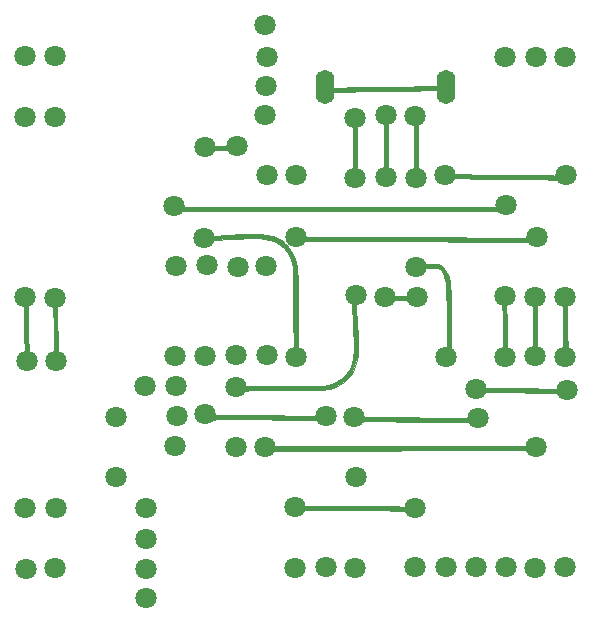
<source format=gbr>
G04 #@! TF.FileFunction,Soldermask,Top*
%FSLAX46Y46*%
G04 Gerber Fmt 4.6, Leading zero omitted, Abs format (unit mm)*
G04 Created by KiCad (PCBNEW 4.0.7-e0-6372~58~ubuntu16.04.1) date Sun Feb 25 02:32:40 2018*
%MOMM*%
%LPD*%
G01*
G04 APERTURE LIST*
%ADD10C,0.100000*%
%ADD11C,0.010000*%
%ADD12O,1.600000X2.900000*%
%ADD13C,1.800000*%
G04 APERTURE END LIST*
D10*
D11*
G36*
X77728600Y-65071978D02*
X77847365Y-65166082D01*
X77943425Y-65268333D01*
X80931129Y-65268602D01*
X81489711Y-65269344D01*
X82071711Y-65271393D01*
X82663767Y-65274624D01*
X83252514Y-65278914D01*
X83824592Y-65284141D01*
X84366635Y-65290181D01*
X84865282Y-65296910D01*
X85307170Y-65304206D01*
X85678936Y-65311945D01*
X85707975Y-65312646D01*
X87497117Y-65356422D01*
X87597899Y-65239256D01*
X87729673Y-65145060D01*
X87889013Y-65116907D01*
X88049602Y-65155539D01*
X88149780Y-65223758D01*
X88242362Y-65362938D01*
X88265223Y-65523819D01*
X88219327Y-65681493D01*
X88127752Y-65793737D01*
X87973632Y-65883683D01*
X87815996Y-65891981D01*
X87750000Y-65873300D01*
X87667769Y-65827311D01*
X87609672Y-65782931D01*
X87580288Y-65765484D01*
X87531246Y-65749622D01*
X87458349Y-65735227D01*
X87357402Y-65722178D01*
X87224206Y-65710358D01*
X87054564Y-65699645D01*
X86844280Y-65689922D01*
X86589157Y-65681068D01*
X86284997Y-65672964D01*
X85927603Y-65665490D01*
X85512779Y-65658529D01*
X85036328Y-65651959D01*
X84494051Y-65645661D01*
X83881753Y-65639517D01*
X83195236Y-65633407D01*
X82430304Y-65627211D01*
X82026210Y-65624112D01*
X77932253Y-65593191D01*
X77855944Y-65687429D01*
X77745954Y-65766338D01*
X77610734Y-65804197D01*
X77441627Y-65792831D01*
X77309797Y-65721075D01*
X77220421Y-65606882D01*
X77178679Y-65468209D01*
X77189747Y-65323011D01*
X77258803Y-65189242D01*
X77391024Y-65084858D01*
X77401780Y-65079589D01*
X77573548Y-65034455D01*
X77728600Y-65071978D01*
X77728600Y-65071978D01*
G37*
X77728600Y-65071978D02*
X77847365Y-65166082D01*
X77943425Y-65268333D01*
X80931129Y-65268602D01*
X81489711Y-65269344D01*
X82071711Y-65271393D01*
X82663767Y-65274624D01*
X83252514Y-65278914D01*
X83824592Y-65284141D01*
X84366635Y-65290181D01*
X84865282Y-65296910D01*
X85307170Y-65304206D01*
X85678936Y-65311945D01*
X85707975Y-65312646D01*
X87497117Y-65356422D01*
X87597899Y-65239256D01*
X87729673Y-65145060D01*
X87889013Y-65116907D01*
X88049602Y-65155539D01*
X88149780Y-65223758D01*
X88242362Y-65362938D01*
X88265223Y-65523819D01*
X88219327Y-65681493D01*
X88127752Y-65793737D01*
X87973632Y-65883683D01*
X87815996Y-65891981D01*
X87750000Y-65873300D01*
X87667769Y-65827311D01*
X87609672Y-65782931D01*
X87580288Y-65765484D01*
X87531246Y-65749622D01*
X87458349Y-65735227D01*
X87357402Y-65722178D01*
X87224206Y-65710358D01*
X87054564Y-65699645D01*
X86844280Y-65689922D01*
X86589157Y-65681068D01*
X86284997Y-65672964D01*
X85927603Y-65665490D01*
X85512779Y-65658529D01*
X85036328Y-65651959D01*
X84494051Y-65645661D01*
X83881753Y-65639517D01*
X83195236Y-65633407D01*
X82430304Y-65627211D01*
X82026210Y-65624112D01*
X77932253Y-65593191D01*
X77855944Y-65687429D01*
X77745954Y-65766338D01*
X77610734Y-65804197D01*
X77441627Y-65792831D01*
X77309797Y-65721075D01*
X77220421Y-65606882D01*
X77178679Y-65468209D01*
X77189747Y-65323011D01*
X77258803Y-65189242D01*
X77391024Y-65084858D01*
X77401780Y-65079589D01*
X77573548Y-65034455D01*
X77728600Y-65071978D01*
G36*
X98187838Y-60077493D02*
X98266070Y-60149248D01*
X98358791Y-60308498D01*
X98367165Y-60464072D01*
X98291255Y-60613720D01*
X98251923Y-60657256D01*
X98099077Y-60759671D01*
X97933845Y-60780226D01*
X97766404Y-60718664D01*
X97701221Y-60671100D01*
X97570612Y-60561200D01*
X75649480Y-60590500D01*
X75548788Y-60685099D01*
X75405114Y-60773895D01*
X75240852Y-60806707D01*
X75107446Y-60782958D01*
X74978317Y-60687355D01*
X74902554Y-60546849D01*
X74885463Y-60386240D01*
X74932349Y-60230328D01*
X74975917Y-60168098D01*
X75117226Y-60061015D01*
X75277517Y-60029522D01*
X75437469Y-60075358D01*
X75502953Y-60120632D01*
X75633722Y-60230667D01*
X97580278Y-60230667D01*
X97706053Y-60124833D01*
X97868471Y-60032981D01*
X98034748Y-60017449D01*
X98187838Y-60077493D01*
X98187838Y-60077493D01*
G37*
X98187838Y-60077493D02*
X98266070Y-60149248D01*
X98358791Y-60308498D01*
X98367165Y-60464072D01*
X98291255Y-60613720D01*
X98251923Y-60657256D01*
X98099077Y-60759671D01*
X97933845Y-60780226D01*
X97766404Y-60718664D01*
X97701221Y-60671100D01*
X97570612Y-60561200D01*
X75649480Y-60590500D01*
X75548788Y-60685099D01*
X75405114Y-60773895D01*
X75240852Y-60806707D01*
X75107446Y-60782958D01*
X74978317Y-60687355D01*
X74902554Y-60546849D01*
X74885463Y-60386240D01*
X74932349Y-60230328D01*
X74975917Y-60168098D01*
X75117226Y-60061015D01*
X75277517Y-60029522D01*
X75437469Y-60075358D01*
X75502953Y-60120632D01*
X75633722Y-60230667D01*
X97580278Y-60230667D01*
X97706053Y-60124833D01*
X97868471Y-60032981D01*
X98034748Y-60017449D01*
X98187838Y-60077493D01*
G36*
X82951160Y-57557769D02*
X83099202Y-57634768D01*
X83152811Y-57685808D01*
X83233455Y-57775333D01*
X86243144Y-57775582D01*
X86802364Y-57776307D01*
X87383996Y-57778314D01*
X87974878Y-57781482D01*
X88561848Y-57785691D01*
X89131743Y-57790821D01*
X89671398Y-57796751D01*
X90167653Y-57803362D01*
X90607344Y-57810534D01*
X90977307Y-57818145D01*
X91021175Y-57819199D01*
X92789518Y-57862569D01*
X92883842Y-57754022D01*
X93002901Y-57664822D01*
X93128675Y-57621536D01*
X93246936Y-57617512D01*
X93346892Y-57659687D01*
X93414425Y-57711395D01*
X93520768Y-57847398D01*
X93557415Y-58001248D01*
X93529878Y-58152751D01*
X93443666Y-58281715D01*
X93304289Y-58367949D01*
X93230131Y-58386744D01*
X93118129Y-58393426D01*
X93041667Y-58381871D01*
X92959213Y-58334495D01*
X92901661Y-58290222D01*
X92871784Y-58272490D01*
X92821963Y-58256374D01*
X92748008Y-58241755D01*
X92645728Y-58228512D01*
X92510931Y-58216527D01*
X92339427Y-58205679D01*
X92127025Y-58195849D01*
X91869534Y-58186916D01*
X91562763Y-58178762D01*
X91202521Y-58171267D01*
X90784618Y-58164310D01*
X90304861Y-58157773D01*
X89759061Y-58151535D01*
X89143026Y-58145477D01*
X88452566Y-58139478D01*
X87683489Y-58133421D01*
X87316083Y-58130683D01*
X86585828Y-58125586D01*
X85936867Y-58121640D01*
X85365834Y-58118861D01*
X84869364Y-58117263D01*
X84444092Y-58116860D01*
X84086651Y-58117666D01*
X83793678Y-58119697D01*
X83561806Y-58122966D01*
X83387671Y-58127488D01*
X83267906Y-58133277D01*
X83199147Y-58140348D01*
X83178000Y-58148395D01*
X83141520Y-58202746D01*
X83051647Y-58260258D01*
X82937734Y-58306151D01*
X82829131Y-58325644D01*
X82825978Y-58325667D01*
X82688755Y-58287609D01*
X82567512Y-58189268D01*
X82488599Y-58054389D01*
X82477327Y-58011475D01*
X82479342Y-57836502D01*
X82544904Y-57695366D01*
X82656840Y-57596347D01*
X82797983Y-57547722D01*
X82951160Y-57557769D01*
X82951160Y-57557769D01*
G37*
X82951160Y-57557769D02*
X83099202Y-57634768D01*
X83152811Y-57685808D01*
X83233455Y-57775333D01*
X86243144Y-57775582D01*
X86802364Y-57776307D01*
X87383996Y-57778314D01*
X87974878Y-57781482D01*
X88561848Y-57785691D01*
X89131743Y-57790821D01*
X89671398Y-57796751D01*
X90167653Y-57803362D01*
X90607344Y-57810534D01*
X90977307Y-57818145D01*
X91021175Y-57819199D01*
X92789518Y-57862569D01*
X92883842Y-57754022D01*
X93002901Y-57664822D01*
X93128675Y-57621536D01*
X93246936Y-57617512D01*
X93346892Y-57659687D01*
X93414425Y-57711395D01*
X93520768Y-57847398D01*
X93557415Y-58001248D01*
X93529878Y-58152751D01*
X93443666Y-58281715D01*
X93304289Y-58367949D01*
X93230131Y-58386744D01*
X93118129Y-58393426D01*
X93041667Y-58381871D01*
X92959213Y-58334495D01*
X92901661Y-58290222D01*
X92871784Y-58272490D01*
X92821963Y-58256374D01*
X92748008Y-58241755D01*
X92645728Y-58228512D01*
X92510931Y-58216527D01*
X92339427Y-58205679D01*
X92127025Y-58195849D01*
X91869534Y-58186916D01*
X91562763Y-58178762D01*
X91202521Y-58171267D01*
X90784618Y-58164310D01*
X90304861Y-58157773D01*
X89759061Y-58151535D01*
X89143026Y-58145477D01*
X88452566Y-58139478D01*
X87683489Y-58133421D01*
X87316083Y-58130683D01*
X86585828Y-58125586D01*
X85936867Y-58121640D01*
X85365834Y-58118861D01*
X84869364Y-58117263D01*
X84444092Y-58116860D01*
X84086651Y-58117666D01*
X83793678Y-58119697D01*
X83561806Y-58122966D01*
X83387671Y-58127488D01*
X83267906Y-58133277D01*
X83199147Y-58140348D01*
X83178000Y-58148395D01*
X83141520Y-58202746D01*
X83051647Y-58260258D01*
X82937734Y-58306151D01*
X82829131Y-58325644D01*
X82825978Y-58325667D01*
X82688755Y-58287609D01*
X82567512Y-58189268D01*
X82488599Y-58054389D01*
X82477327Y-58011475D01*
X82479342Y-57836502D01*
X82544904Y-57695366D01*
X82656840Y-57596347D01*
X82797983Y-57547722D01*
X82951160Y-57557769D01*
G36*
X70225393Y-57396064D02*
X70257366Y-57410863D01*
X70348650Y-57466929D01*
X70398668Y-57514372D01*
X70400092Y-57517551D01*
X70444612Y-57525408D01*
X70570136Y-57533266D01*
X70772997Y-57541050D01*
X71049533Y-57548687D01*
X71396079Y-57556102D01*
X71808972Y-57563220D01*
X72284546Y-57569969D01*
X72819139Y-57576273D01*
X73409085Y-57582059D01*
X73716500Y-57584676D01*
X74283411Y-57589657D01*
X74859617Y-57595433D01*
X75434383Y-57601856D01*
X75996972Y-57608776D01*
X76536649Y-57616043D01*
X77042678Y-57623507D01*
X77504323Y-57631020D01*
X77910848Y-57638431D01*
X78251517Y-57645591D01*
X78457833Y-57650719D01*
X78845401Y-57661093D01*
X79157095Y-57668697D01*
X79401672Y-57673305D01*
X79587886Y-57674692D01*
X79724492Y-57672630D01*
X79820247Y-57666895D01*
X79883904Y-57657260D01*
X79924221Y-57643498D01*
X79949950Y-57625384D01*
X79962419Y-57611867D01*
X80111166Y-57486939D01*
X80275073Y-57441447D01*
X80442197Y-57476724D01*
X80550085Y-57546263D01*
X80654956Y-57681758D01*
X80688316Y-57835710D01*
X80653612Y-57987209D01*
X80554290Y-58115345D01*
X80445452Y-58181084D01*
X80348946Y-58219535D01*
X80293659Y-58238015D01*
X80290110Y-58238316D01*
X80246546Y-58222479D01*
X80173204Y-58193754D01*
X80065926Y-58138273D01*
X80002330Y-58092227D01*
X79938854Y-58073062D01*
X79794134Y-58054920D01*
X79571588Y-58037879D01*
X79274631Y-58022017D01*
X78906683Y-58007412D01*
X78471159Y-57994139D01*
X77971478Y-57982278D01*
X77411055Y-57971904D01*
X76793310Y-57963097D01*
X76121658Y-57955932D01*
X75399518Y-57950488D01*
X74630306Y-57946843D01*
X73817440Y-57945072D01*
X73500811Y-57944908D01*
X72914658Y-57944926D01*
X72407322Y-57945178D01*
X71972954Y-57945813D01*
X71605705Y-57946979D01*
X71299724Y-57948826D01*
X71049164Y-57951502D01*
X70848175Y-57955156D01*
X70690906Y-57959937D01*
X70571510Y-57965993D01*
X70484136Y-57973475D01*
X70422935Y-57982530D01*
X70382058Y-57993308D01*
X70355656Y-58005957D01*
X70337879Y-58020626D01*
X70333279Y-58025526D01*
X70203803Y-58119786D01*
X70065049Y-58144280D01*
X69930156Y-58110884D01*
X69812264Y-58031476D01*
X69724512Y-57917934D01*
X69680039Y-57782135D01*
X69691986Y-57635958D01*
X69760168Y-57507450D01*
X69891069Y-57404214D01*
X70055280Y-57365310D01*
X70225393Y-57396064D01*
X70225393Y-57396064D01*
G37*
X70225393Y-57396064D02*
X70257366Y-57410863D01*
X70348650Y-57466929D01*
X70398668Y-57514372D01*
X70400092Y-57517551D01*
X70444612Y-57525408D01*
X70570136Y-57533266D01*
X70772997Y-57541050D01*
X71049533Y-57548687D01*
X71396079Y-57556102D01*
X71808972Y-57563220D01*
X72284546Y-57569969D01*
X72819139Y-57576273D01*
X73409085Y-57582059D01*
X73716500Y-57584676D01*
X74283411Y-57589657D01*
X74859617Y-57595433D01*
X75434383Y-57601856D01*
X75996972Y-57608776D01*
X76536649Y-57616043D01*
X77042678Y-57623507D01*
X77504323Y-57631020D01*
X77910848Y-57638431D01*
X78251517Y-57645591D01*
X78457833Y-57650719D01*
X78845401Y-57661093D01*
X79157095Y-57668697D01*
X79401672Y-57673305D01*
X79587886Y-57674692D01*
X79724492Y-57672630D01*
X79820247Y-57666895D01*
X79883904Y-57657260D01*
X79924221Y-57643498D01*
X79949950Y-57625384D01*
X79962419Y-57611867D01*
X80111166Y-57486939D01*
X80275073Y-57441447D01*
X80442197Y-57476724D01*
X80550085Y-57546263D01*
X80654956Y-57681758D01*
X80688316Y-57835710D01*
X80653612Y-57987209D01*
X80554290Y-58115345D01*
X80445452Y-58181084D01*
X80348946Y-58219535D01*
X80293659Y-58238015D01*
X80290110Y-58238316D01*
X80246546Y-58222479D01*
X80173204Y-58193754D01*
X80065926Y-58138273D01*
X80002330Y-58092227D01*
X79938854Y-58073062D01*
X79794134Y-58054920D01*
X79571588Y-58037879D01*
X79274631Y-58022017D01*
X78906683Y-58007412D01*
X78471159Y-57994139D01*
X77971478Y-57982278D01*
X77411055Y-57971904D01*
X76793310Y-57963097D01*
X76121658Y-57955932D01*
X75399518Y-57950488D01*
X74630306Y-57946843D01*
X73817440Y-57945072D01*
X73500811Y-57944908D01*
X72914658Y-57944926D01*
X72407322Y-57945178D01*
X71972954Y-57945813D01*
X71605705Y-57946979D01*
X71299724Y-57948826D01*
X71049164Y-57951502D01*
X70848175Y-57955156D01*
X70690906Y-57959937D01*
X70571510Y-57965993D01*
X70484136Y-57973475D01*
X70422935Y-57982530D01*
X70382058Y-57993308D01*
X70355656Y-58005957D01*
X70337879Y-58020626D01*
X70333279Y-58025526D01*
X70203803Y-58119786D01*
X70065049Y-58144280D01*
X69930156Y-58110884D01*
X69812264Y-58031476D01*
X69724512Y-57917934D01*
X69680039Y-57782135D01*
X69691986Y-57635958D01*
X69760168Y-57507450D01*
X69891069Y-57404214D01*
X70055280Y-57365310D01*
X70225393Y-57396064D01*
G36*
X93364903Y-55135389D02*
X93398849Y-55165334D01*
X93498183Y-55264668D01*
X96159175Y-55295462D01*
X96655112Y-55301581D01*
X97148410Y-55308386D01*
X97628677Y-55315687D01*
X98085518Y-55323295D01*
X98508540Y-55331021D01*
X98887348Y-55338677D01*
X99211548Y-55346074D01*
X99470748Y-55353022D01*
X99638602Y-55358686D01*
X100457037Y-55391117D01*
X100577262Y-55270892D01*
X100727803Y-55170996D01*
X100888510Y-55147716D01*
X101040550Y-55198121D01*
X101165086Y-55319283D01*
X101193080Y-55366678D01*
X101237867Y-55534674D01*
X101204297Y-55695143D01*
X101097207Y-55827484D01*
X100964321Y-55892974D01*
X100812858Y-55911784D01*
X100675374Y-55883482D01*
X100603620Y-55834026D01*
X100580046Y-55812416D01*
X100547285Y-55793278D01*
X100500040Y-55776374D01*
X100433013Y-55761465D01*
X100340907Y-55748315D01*
X100218425Y-55736684D01*
X100060268Y-55726334D01*
X99861139Y-55717028D01*
X99615740Y-55708528D01*
X99318774Y-55700595D01*
X98964943Y-55692991D01*
X98548950Y-55685478D01*
X98065496Y-55677819D01*
X97509284Y-55669774D01*
X96875017Y-55661106D01*
X96705712Y-55658842D01*
X93532925Y-55616532D01*
X93418308Y-55726342D01*
X93264104Y-55825330D01*
X93102438Y-55842739D01*
X92946479Y-55779106D01*
X92862439Y-55703728D01*
X92781764Y-55598981D01*
X92753399Y-55507733D01*
X92760475Y-55409438D01*
X92820706Y-55250686D01*
X92931294Y-55136246D01*
X93072209Y-55073778D01*
X93223422Y-55070939D01*
X93364903Y-55135389D01*
X93364903Y-55135389D01*
G37*
X93364903Y-55135389D02*
X93398849Y-55165334D01*
X93498183Y-55264668D01*
X96159175Y-55295462D01*
X96655112Y-55301581D01*
X97148410Y-55308386D01*
X97628677Y-55315687D01*
X98085518Y-55323295D01*
X98508540Y-55331021D01*
X98887348Y-55338677D01*
X99211548Y-55346074D01*
X99470748Y-55353022D01*
X99638602Y-55358686D01*
X100457037Y-55391117D01*
X100577262Y-55270892D01*
X100727803Y-55170996D01*
X100888510Y-55147716D01*
X101040550Y-55198121D01*
X101165086Y-55319283D01*
X101193080Y-55366678D01*
X101237867Y-55534674D01*
X101204297Y-55695143D01*
X101097207Y-55827484D01*
X100964321Y-55892974D01*
X100812858Y-55911784D01*
X100675374Y-55883482D01*
X100603620Y-55834026D01*
X100580046Y-55812416D01*
X100547285Y-55793278D01*
X100500040Y-55776374D01*
X100433013Y-55761465D01*
X100340907Y-55748315D01*
X100218425Y-55736684D01*
X100060268Y-55726334D01*
X99861139Y-55717028D01*
X99615740Y-55708528D01*
X99318774Y-55700595D01*
X98964943Y-55692991D01*
X98548950Y-55685478D01*
X98065496Y-55677819D01*
X97509284Y-55669774D01*
X96875017Y-55661106D01*
X96705712Y-55658842D01*
X93532925Y-55616532D01*
X93418308Y-55726342D01*
X93264104Y-55825330D01*
X93102438Y-55842739D01*
X92946479Y-55779106D01*
X92862439Y-55703728D01*
X92781764Y-55598981D01*
X92753399Y-55507733D01*
X92760475Y-55409438D01*
X92820706Y-55250686D01*
X92931294Y-55136246D01*
X93072209Y-55073778D01*
X93223422Y-55070939D01*
X93364903Y-55135389D01*
G36*
X82884835Y-47311399D02*
X83010566Y-47404655D01*
X83082166Y-47540022D01*
X83092274Y-47701088D01*
X83033527Y-47871441D01*
X83001591Y-47921603D01*
X82909849Y-48050443D01*
X82988395Y-50113891D01*
X83006730Y-50605410D01*
X83021257Y-51020762D01*
X83032057Y-51368358D01*
X83039212Y-51656609D01*
X83042804Y-51893926D01*
X83042914Y-52088719D01*
X83039625Y-52249399D01*
X83033019Y-52384377D01*
X83023176Y-52502064D01*
X83012505Y-52593422D01*
X82906136Y-53147422D01*
X82739382Y-53642147D01*
X82511601Y-54078311D01*
X82222154Y-54456631D01*
X81870401Y-54777820D01*
X81455701Y-55042594D01*
X80977415Y-55251669D01*
X80511000Y-55388359D01*
X80448381Y-55401854D01*
X80377918Y-55413714D01*
X80293819Y-55424074D01*
X80190289Y-55433066D01*
X80061535Y-55440826D01*
X79901762Y-55447487D01*
X79705177Y-55453184D01*
X79465986Y-55458051D01*
X79178395Y-55462222D01*
X78836611Y-55465832D01*
X78434839Y-55469014D01*
X77967286Y-55471902D01*
X77428158Y-55474632D01*
X76811661Y-55477336D01*
X76638281Y-55478051D01*
X76002065Y-55480773D01*
X75445263Y-55483490D01*
X74962624Y-55486318D01*
X74548895Y-55489375D01*
X74198825Y-55492778D01*
X73907160Y-55496645D01*
X73668650Y-55501094D01*
X73478042Y-55506242D01*
X73330084Y-55512207D01*
X73219523Y-55519105D01*
X73141109Y-55527055D01*
X73089589Y-55536173D01*
X73059710Y-55546579D01*
X73046221Y-55558388D01*
X73046208Y-55558410D01*
X72985866Y-55614196D01*
X72881611Y-55675810D01*
X72770470Y-55724239D01*
X72691276Y-55740650D01*
X72628574Y-55723841D01*
X72573500Y-55703313D01*
X72433775Y-55607613D01*
X72346856Y-55470238D01*
X72317292Y-55313651D01*
X72349633Y-55160318D01*
X72439239Y-55040340D01*
X72591900Y-54955697D01*
X72757788Y-54938233D01*
X72911327Y-54987770D01*
X72981807Y-55044102D01*
X73081500Y-55149204D01*
X76363444Y-55149935D01*
X77015867Y-55149470D01*
X77615475Y-55147806D01*
X78158305Y-55144990D01*
X78640396Y-55141069D01*
X79057788Y-55136092D01*
X79406518Y-55130105D01*
X79682626Y-55123157D01*
X79882149Y-55115295D01*
X80001128Y-55106566D01*
X80004110Y-55106205D01*
X80552042Y-55006010D01*
X81037336Y-54848928D01*
X81460206Y-54634799D01*
X81820863Y-54363465D01*
X82119523Y-54034770D01*
X82356396Y-53648554D01*
X82521810Y-53236400D01*
X82569833Y-53075064D01*
X82609541Y-52915120D01*
X82641233Y-52748164D01*
X82665210Y-52565797D01*
X82681772Y-52359615D01*
X82691221Y-52121218D01*
X82693855Y-51842203D01*
X82689976Y-51514170D01*
X82679885Y-51128716D01*
X82663880Y-50677440D01*
X82642264Y-50151940D01*
X82636693Y-50023440D01*
X82550532Y-48050047D01*
X82440933Y-47940448D01*
X82359032Y-47826066D01*
X82331739Y-47683908D01*
X82331333Y-47657667D01*
X82365394Y-47477429D01*
X82463141Y-47350969D01*
X82617920Y-47284942D01*
X82712333Y-47276667D01*
X82884835Y-47311399D01*
X82884835Y-47311399D01*
G37*
X82884835Y-47311399D02*
X83010566Y-47404655D01*
X83082166Y-47540022D01*
X83092274Y-47701088D01*
X83033527Y-47871441D01*
X83001591Y-47921603D01*
X82909849Y-48050443D01*
X82988395Y-50113891D01*
X83006730Y-50605410D01*
X83021257Y-51020762D01*
X83032057Y-51368358D01*
X83039212Y-51656609D01*
X83042804Y-51893926D01*
X83042914Y-52088719D01*
X83039625Y-52249399D01*
X83033019Y-52384377D01*
X83023176Y-52502064D01*
X83012505Y-52593422D01*
X82906136Y-53147422D01*
X82739382Y-53642147D01*
X82511601Y-54078311D01*
X82222154Y-54456631D01*
X81870401Y-54777820D01*
X81455701Y-55042594D01*
X80977415Y-55251669D01*
X80511000Y-55388359D01*
X80448381Y-55401854D01*
X80377918Y-55413714D01*
X80293819Y-55424074D01*
X80190289Y-55433066D01*
X80061535Y-55440826D01*
X79901762Y-55447487D01*
X79705177Y-55453184D01*
X79465986Y-55458051D01*
X79178395Y-55462222D01*
X78836611Y-55465832D01*
X78434839Y-55469014D01*
X77967286Y-55471902D01*
X77428158Y-55474632D01*
X76811661Y-55477336D01*
X76638281Y-55478051D01*
X76002065Y-55480773D01*
X75445263Y-55483490D01*
X74962624Y-55486318D01*
X74548895Y-55489375D01*
X74198825Y-55492778D01*
X73907160Y-55496645D01*
X73668650Y-55501094D01*
X73478042Y-55506242D01*
X73330084Y-55512207D01*
X73219523Y-55519105D01*
X73141109Y-55527055D01*
X73089589Y-55536173D01*
X73059710Y-55546579D01*
X73046221Y-55558388D01*
X73046208Y-55558410D01*
X72985866Y-55614196D01*
X72881611Y-55675810D01*
X72770470Y-55724239D01*
X72691276Y-55740650D01*
X72628574Y-55723841D01*
X72573500Y-55703313D01*
X72433775Y-55607613D01*
X72346856Y-55470238D01*
X72317292Y-55313651D01*
X72349633Y-55160318D01*
X72439239Y-55040340D01*
X72591900Y-54955697D01*
X72757788Y-54938233D01*
X72911327Y-54987770D01*
X72981807Y-55044102D01*
X73081500Y-55149204D01*
X76363444Y-55149935D01*
X77015867Y-55149470D01*
X77615475Y-55147806D01*
X78158305Y-55144990D01*
X78640396Y-55141069D01*
X79057788Y-55136092D01*
X79406518Y-55130105D01*
X79682626Y-55123157D01*
X79882149Y-55115295D01*
X80001128Y-55106566D01*
X80004110Y-55106205D01*
X80552042Y-55006010D01*
X81037336Y-54848928D01*
X81460206Y-54634799D01*
X81820863Y-54363465D01*
X82119523Y-54034770D01*
X82356396Y-53648554D01*
X82521810Y-53236400D01*
X82569833Y-53075064D01*
X82609541Y-52915120D01*
X82641233Y-52748164D01*
X82665210Y-52565797D01*
X82681772Y-52359615D01*
X82691221Y-52121218D01*
X82693855Y-51842203D01*
X82689976Y-51514170D01*
X82679885Y-51128716D01*
X82663880Y-50677440D01*
X82642264Y-50151940D01*
X82636693Y-50023440D01*
X82550532Y-48050047D01*
X82440933Y-47940448D01*
X82359032Y-47826066D01*
X82331739Y-47683908D01*
X82331333Y-47657667D01*
X82365394Y-47477429D01*
X82463141Y-47350969D01*
X82617920Y-47284942D01*
X82712333Y-47276667D01*
X82884835Y-47311399D01*
G36*
X55139486Y-47405253D02*
X55218757Y-47465242D01*
X55303354Y-47603426D01*
X55326199Y-47766813D01*
X55286991Y-47924769D01*
X55224142Y-48014039D01*
X55125618Y-48112563D01*
X55144038Y-50372198D01*
X55162457Y-52631833D01*
X55273350Y-52750025D01*
X55368291Y-52902466D01*
X55390216Y-53061959D01*
X55346954Y-53210419D01*
X55246338Y-53329761D01*
X55096200Y-53401899D01*
X54985402Y-53415000D01*
X54855834Y-53398257D01*
X54757594Y-53333919D01*
X54712596Y-53284752D01*
X54621529Y-53126247D01*
X54615106Y-52967398D01*
X54693331Y-52807628D01*
X54715477Y-52779824D01*
X54827955Y-52646152D01*
X54797977Y-50384500D01*
X54767999Y-48122847D01*
X54664333Y-48019181D01*
X54576605Y-47877047D01*
X54558619Y-47713356D01*
X54609997Y-47554009D01*
X54672273Y-47472939D01*
X54817116Y-47380980D01*
X54981467Y-47358297D01*
X55139486Y-47405253D01*
X55139486Y-47405253D01*
G37*
X55139486Y-47405253D02*
X55218757Y-47465242D01*
X55303354Y-47603426D01*
X55326199Y-47766813D01*
X55286991Y-47924769D01*
X55224142Y-48014039D01*
X55125618Y-48112563D01*
X55144038Y-50372198D01*
X55162457Y-52631833D01*
X55273350Y-52750025D01*
X55368291Y-52902466D01*
X55390216Y-53061959D01*
X55346954Y-53210419D01*
X55246338Y-53329761D01*
X55096200Y-53401899D01*
X54985402Y-53415000D01*
X54855834Y-53398257D01*
X54757594Y-53333919D01*
X54712596Y-53284752D01*
X54621529Y-53126247D01*
X54615106Y-52967398D01*
X54693331Y-52807628D01*
X54715477Y-52779824D01*
X54827955Y-52646152D01*
X54797977Y-50384500D01*
X54767999Y-48122847D01*
X54664333Y-48019181D01*
X54576605Y-47877047D01*
X54558619Y-47713356D01*
X54609997Y-47554009D01*
X54672273Y-47472939D01*
X54817116Y-47380980D01*
X54981467Y-47358297D01*
X55139486Y-47405253D01*
G36*
X57622806Y-47420666D02*
X57679427Y-47462674D01*
X57773978Y-47594747D01*
X57802455Y-47754296D01*
X57764044Y-47914857D01*
X57696397Y-48014239D01*
X57595551Y-48121584D01*
X57643293Y-52652786D01*
X57752980Y-52783141D01*
X57841143Y-52944277D01*
X57851831Y-53112203D01*
X57786850Y-53268279D01*
X57697002Y-53360737D01*
X57594458Y-53399981D01*
X57453802Y-53410480D01*
X57316771Y-53391636D01*
X57255450Y-53367056D01*
X57186472Y-53298140D01*
X57122977Y-53191009D01*
X57118145Y-53179868D01*
X57086656Y-53007354D01*
X57138119Y-52835034D01*
X57220472Y-52716500D01*
X57236269Y-52692768D01*
X57249420Y-52657438D01*
X57260072Y-52603598D01*
X57268373Y-52524333D01*
X57274469Y-52412731D01*
X57278508Y-52261878D01*
X57280638Y-52064860D01*
X57281006Y-51814763D01*
X57279760Y-51504676D01*
X57277046Y-51127683D01*
X57273013Y-50676871D01*
X57270191Y-50385240D01*
X57248078Y-48138646D01*
X57132039Y-48000742D01*
X57035275Y-47839064D01*
X57022891Y-47684065D01*
X57094892Y-47535396D01*
X57139743Y-47485077D01*
X57292825Y-47383340D01*
X57458882Y-47361661D01*
X57622806Y-47420666D01*
X57622806Y-47420666D01*
G37*
X57622806Y-47420666D02*
X57679427Y-47462674D01*
X57773978Y-47594747D01*
X57802455Y-47754296D01*
X57764044Y-47914857D01*
X57696397Y-48014239D01*
X57595551Y-48121584D01*
X57643293Y-52652786D01*
X57752980Y-52783141D01*
X57841143Y-52944277D01*
X57851831Y-53112203D01*
X57786850Y-53268279D01*
X57697002Y-53360737D01*
X57594458Y-53399981D01*
X57453802Y-53410480D01*
X57316771Y-53391636D01*
X57255450Y-53367056D01*
X57186472Y-53298140D01*
X57122977Y-53191009D01*
X57118145Y-53179868D01*
X57086656Y-53007354D01*
X57138119Y-52835034D01*
X57220472Y-52716500D01*
X57236269Y-52692768D01*
X57249420Y-52657438D01*
X57260072Y-52603598D01*
X57268373Y-52524333D01*
X57274469Y-52412731D01*
X57278508Y-52261878D01*
X57280638Y-52064860D01*
X57281006Y-51814763D01*
X57279760Y-51504676D01*
X57277046Y-51127683D01*
X57273013Y-50676871D01*
X57270191Y-50385240D01*
X57248078Y-48138646D01*
X57132039Y-48000742D01*
X57035275Y-47839064D01*
X57022891Y-47684065D01*
X57094892Y-47535396D01*
X57139743Y-47485077D01*
X57292825Y-47383340D01*
X57458882Y-47361661D01*
X57622806Y-47420666D01*
G36*
X70451850Y-42265225D02*
X70495171Y-42294947D01*
X70626167Y-42393228D01*
X72319500Y-42314364D01*
X72923568Y-42287722D01*
X73451039Y-42268290D01*
X73909725Y-42256689D01*
X74307438Y-42253544D01*
X74651993Y-42259476D01*
X74951201Y-42275109D01*
X75212875Y-42301065D01*
X75444827Y-42337968D01*
X75654871Y-42386441D01*
X75850818Y-42447105D01*
X76040483Y-42520585D01*
X76231677Y-42607503D01*
X76277667Y-42629942D01*
X76498733Y-42750380D01*
X76688567Y-42883546D01*
X76880482Y-43053913D01*
X76955000Y-43127557D01*
X77213672Y-43413080D01*
X77412864Y-43695348D01*
X77571125Y-44003967D01*
X77677772Y-44281108D01*
X77722396Y-44411300D01*
X77761660Y-44530306D01*
X77795936Y-44644234D01*
X77825595Y-44759195D01*
X77851009Y-44881295D01*
X77872547Y-45016645D01*
X77890583Y-45171353D01*
X77905486Y-45351528D01*
X77917627Y-45563278D01*
X77927379Y-45812712D01*
X77935112Y-46105939D01*
X77941197Y-46449068D01*
X77946006Y-46848208D01*
X77949909Y-47309467D01*
X77953278Y-47838954D01*
X77956484Y-48442778D01*
X77958798Y-48906500D01*
X77976477Y-52462500D01*
X78068026Y-52560136D01*
X78147740Y-52700934D01*
X78162049Y-52862873D01*
X78112381Y-53016468D01*
X78041760Y-53101993D01*
X77885726Y-53186980D01*
X77717147Y-53197383D01*
X77559152Y-53132925D01*
X77527431Y-53108083D01*
X77420004Y-52966383D01*
X77388901Y-52805831D01*
X77435749Y-52645159D01*
X77481524Y-52579194D01*
X77593117Y-52446573D01*
X77580284Y-48792703D01*
X77567450Y-45138833D01*
X77454285Y-44726562D01*
X77284645Y-44235919D01*
X77062477Y-43810854D01*
X76786625Y-43450452D01*
X76455932Y-43153803D01*
X76069242Y-42919995D01*
X75625398Y-42748115D01*
X75123244Y-42637252D01*
X74753667Y-42596660D01*
X74635110Y-42593225D01*
X74442745Y-42593812D01*
X74187317Y-42598129D01*
X73879574Y-42605884D01*
X73530265Y-42616784D01*
X73150135Y-42630538D01*
X72749932Y-42646854D01*
X72502548Y-42657847D01*
X70611264Y-42744585D01*
X70504223Y-42851626D01*
X70389810Y-42932117D01*
X70244876Y-42958410D01*
X70224000Y-42958667D01*
X70050283Y-42924425D01*
X69924124Y-42833566D01*
X69852696Y-42703883D01*
X69843171Y-42553174D01*
X69902722Y-42399234D01*
X69966743Y-42320410D01*
X70117896Y-42219354D01*
X70282043Y-42200841D01*
X70451850Y-42265225D01*
X70451850Y-42265225D01*
G37*
X70451850Y-42265225D02*
X70495171Y-42294947D01*
X70626167Y-42393228D01*
X72319500Y-42314364D01*
X72923568Y-42287722D01*
X73451039Y-42268290D01*
X73909725Y-42256689D01*
X74307438Y-42253544D01*
X74651993Y-42259476D01*
X74951201Y-42275109D01*
X75212875Y-42301065D01*
X75444827Y-42337968D01*
X75654871Y-42386441D01*
X75850818Y-42447105D01*
X76040483Y-42520585D01*
X76231677Y-42607503D01*
X76277667Y-42629942D01*
X76498733Y-42750380D01*
X76688567Y-42883546D01*
X76880482Y-43053913D01*
X76955000Y-43127557D01*
X77213672Y-43413080D01*
X77412864Y-43695348D01*
X77571125Y-44003967D01*
X77677772Y-44281108D01*
X77722396Y-44411300D01*
X77761660Y-44530306D01*
X77795936Y-44644234D01*
X77825595Y-44759195D01*
X77851009Y-44881295D01*
X77872547Y-45016645D01*
X77890583Y-45171353D01*
X77905486Y-45351528D01*
X77917627Y-45563278D01*
X77927379Y-45812712D01*
X77935112Y-46105939D01*
X77941197Y-46449068D01*
X77946006Y-46848208D01*
X77949909Y-47309467D01*
X77953278Y-47838954D01*
X77956484Y-48442778D01*
X77958798Y-48906500D01*
X77976477Y-52462500D01*
X78068026Y-52560136D01*
X78147740Y-52700934D01*
X78162049Y-52862873D01*
X78112381Y-53016468D01*
X78041760Y-53101993D01*
X77885726Y-53186980D01*
X77717147Y-53197383D01*
X77559152Y-53132925D01*
X77527431Y-53108083D01*
X77420004Y-52966383D01*
X77388901Y-52805831D01*
X77435749Y-52645159D01*
X77481524Y-52579194D01*
X77593117Y-52446573D01*
X77580284Y-48792703D01*
X77567450Y-45138833D01*
X77454285Y-44726562D01*
X77284645Y-44235919D01*
X77062477Y-43810854D01*
X76786625Y-43450452D01*
X76455932Y-43153803D01*
X76069242Y-42919995D01*
X75625398Y-42748115D01*
X75123244Y-42637252D01*
X74753667Y-42596660D01*
X74635110Y-42593225D01*
X74442745Y-42593812D01*
X74187317Y-42598129D01*
X73879574Y-42605884D01*
X73530265Y-42616784D01*
X73150135Y-42630538D01*
X72749932Y-42646854D01*
X72502548Y-42657847D01*
X70611264Y-42744585D01*
X70504223Y-42851626D01*
X70389810Y-42932117D01*
X70244876Y-42958410D01*
X70224000Y-42958667D01*
X70050283Y-42924425D01*
X69924124Y-42833566D01*
X69852696Y-42703883D01*
X69843171Y-42553174D01*
X69902722Y-42399234D01*
X69966743Y-42320410D01*
X70117896Y-42219354D01*
X70282043Y-42200841D01*
X70451850Y-42265225D01*
G36*
X100682570Y-47214005D02*
X100826795Y-47308424D01*
X100834256Y-47315743D01*
X100935578Y-47462808D01*
X100952542Y-47616301D01*
X100885125Y-47775147D01*
X100845573Y-47827115D01*
X100733147Y-47960726D01*
X100763357Y-50144914D01*
X100793566Y-52329101D01*
X100896950Y-52451965D01*
X100982768Y-52609735D01*
X100994635Y-52772822D01*
X100939680Y-52922165D01*
X100825032Y-53038701D01*
X100657821Y-53103365D01*
X100653047Y-53104149D01*
X100541466Y-53111313D01*
X100457037Y-53078922D01*
X100367297Y-53000143D01*
X100262275Y-52844893D01*
X100238412Y-52678179D01*
X100296387Y-52512425D01*
X100337601Y-52455165D01*
X100436869Y-52335500D01*
X100417732Y-50155333D01*
X100398596Y-47975167D01*
X100287677Y-47856974D01*
X100193198Y-47709619D01*
X100169263Y-47560716D01*
X100203723Y-47422296D01*
X100284431Y-47306386D01*
X100399240Y-47225015D01*
X100536002Y-47190212D01*
X100682570Y-47214005D01*
X100682570Y-47214005D01*
G37*
X100682570Y-47214005D02*
X100826795Y-47308424D01*
X100834256Y-47315743D01*
X100935578Y-47462808D01*
X100952542Y-47616301D01*
X100885125Y-47775147D01*
X100845573Y-47827115D01*
X100733147Y-47960726D01*
X100763357Y-50144914D01*
X100793566Y-52329101D01*
X100896950Y-52451965D01*
X100982768Y-52609735D01*
X100994635Y-52772822D01*
X100939680Y-52922165D01*
X100825032Y-53038701D01*
X100657821Y-53103365D01*
X100653047Y-53104149D01*
X100541466Y-53111313D01*
X100457037Y-53078922D01*
X100367297Y-53000143D01*
X100262275Y-52844893D01*
X100238412Y-52678179D01*
X100296387Y-52512425D01*
X100337601Y-52455165D01*
X100436869Y-52335500D01*
X100417732Y-50155333D01*
X100398596Y-47975167D01*
X100287677Y-47856974D01*
X100193198Y-47709619D01*
X100169263Y-47560716D01*
X100203723Y-47422296D01*
X100284431Y-47306386D01*
X100399240Y-47225015D01*
X100536002Y-47190212D01*
X100682570Y-47214005D01*
G36*
X95632224Y-47155349D02*
X95726070Y-47237581D01*
X95817106Y-47396591D01*
X95823486Y-47556072D01*
X95745210Y-47715187D01*
X95726113Y-47739034D01*
X95616560Y-47869231D01*
X95647573Y-50068991D01*
X95678586Y-52268752D01*
X95778293Y-52362422D01*
X95858726Y-52490152D01*
X95882275Y-52647084D01*
X95848793Y-52800541D01*
X95780715Y-52898969D01*
X95639077Y-52985457D01*
X95475531Y-53017287D01*
X95342779Y-52993625D01*
X95211158Y-52897345D01*
X95136402Y-52756975D01*
X95122774Y-52594767D01*
X95174534Y-52432974D01*
X95222198Y-52363953D01*
X95328396Y-52237744D01*
X95301372Y-50064122D01*
X95295153Y-49577314D01*
X95289408Y-49168122D01*
X95283816Y-48829498D01*
X95278054Y-48554397D01*
X95271799Y-48335770D01*
X95264728Y-48166570D01*
X95256520Y-48039751D01*
X95246850Y-47948265D01*
X95235397Y-47885066D01*
X95221839Y-47843106D01*
X95205851Y-47815339D01*
X95197994Y-47805833D01*
X95087103Y-47635331D01*
X95060609Y-47462757D01*
X95091527Y-47341549D01*
X95190045Y-47198405D01*
X95326996Y-47117365D01*
X95481386Y-47101866D01*
X95632224Y-47155349D01*
X95632224Y-47155349D01*
G37*
X95632224Y-47155349D02*
X95726070Y-47237581D01*
X95817106Y-47396591D01*
X95823486Y-47556072D01*
X95745210Y-47715187D01*
X95726113Y-47739034D01*
X95616560Y-47869231D01*
X95647573Y-50068991D01*
X95678586Y-52268752D01*
X95778293Y-52362422D01*
X95858726Y-52490152D01*
X95882275Y-52647084D01*
X95848793Y-52800541D01*
X95780715Y-52898969D01*
X95639077Y-52985457D01*
X95475531Y-53017287D01*
X95342779Y-52993625D01*
X95211158Y-52897345D01*
X95136402Y-52756975D01*
X95122774Y-52594767D01*
X95174534Y-52432974D01*
X95222198Y-52363953D01*
X95328396Y-52237744D01*
X95301372Y-50064122D01*
X95295153Y-49577314D01*
X95289408Y-49168122D01*
X95283816Y-48829498D01*
X95278054Y-48554397D01*
X95271799Y-48335770D01*
X95264728Y-48166570D01*
X95256520Y-48039751D01*
X95246850Y-47948265D01*
X95235397Y-47885066D01*
X95221839Y-47843106D01*
X95205851Y-47815339D01*
X95197994Y-47805833D01*
X95087103Y-47635331D01*
X95060609Y-47462757D01*
X95091527Y-47341549D01*
X95190045Y-47198405D01*
X95326996Y-47117365D01*
X95481386Y-47101866D01*
X95632224Y-47155349D01*
G36*
X98168536Y-47142802D02*
X98291881Y-47237195D01*
X98364900Y-47372490D01*
X98380091Y-47530667D01*
X98329954Y-47693704D01*
X98278514Y-47770835D01*
X98181362Y-47890500D01*
X98227500Y-52250902D01*
X98321673Y-52345041D01*
X98418465Y-52492044D01*
X98445978Y-52653917D01*
X98406890Y-52808788D01*
X98303883Y-52934784D01*
X98244806Y-52972496D01*
X98092487Y-53026360D01*
X97952771Y-53011147D01*
X97862927Y-52970515D01*
X97739338Y-52860556D01*
X97677428Y-52712958D01*
X97679871Y-52550801D01*
X97749344Y-52397167D01*
X97790883Y-52348783D01*
X97881280Y-52258386D01*
X97854445Y-50059225D01*
X97827610Y-47860065D01*
X97720638Y-47753093D01*
X97630226Y-47612408D01*
X97610407Y-47459960D01*
X97652894Y-47314749D01*
X97749399Y-47195770D01*
X97891634Y-47122022D01*
X98002363Y-47107333D01*
X98168536Y-47142802D01*
X98168536Y-47142802D01*
G37*
X98168536Y-47142802D02*
X98291881Y-47237195D01*
X98364900Y-47372490D01*
X98380091Y-47530667D01*
X98329954Y-47693704D01*
X98278514Y-47770835D01*
X98181362Y-47890500D01*
X98227500Y-52250902D01*
X98321673Y-52345041D01*
X98418465Y-52492044D01*
X98445978Y-52653917D01*
X98406890Y-52808788D01*
X98303883Y-52934784D01*
X98244806Y-52972496D01*
X98092487Y-53026360D01*
X97952771Y-53011147D01*
X97862927Y-52970515D01*
X97739338Y-52860556D01*
X97677428Y-52712958D01*
X97679871Y-52550801D01*
X97749344Y-52397167D01*
X97790883Y-52348783D01*
X97881280Y-52258386D01*
X97854445Y-50059225D01*
X97827610Y-47860065D01*
X97720638Y-47753093D01*
X97630226Y-47612408D01*
X97610407Y-47459960D01*
X97652894Y-47314749D01*
X97749399Y-47195770D01*
X97891634Y-47122022D01*
X98002363Y-47107333D01*
X98168536Y-47142802D01*
G36*
X88275111Y-44708077D02*
X88339086Y-44739741D01*
X88411424Y-44778372D01*
X88477231Y-44803464D01*
X88554060Y-44816156D01*
X88659462Y-44817583D01*
X88810989Y-44808884D01*
X89026194Y-44791196D01*
X89072007Y-44787235D01*
X89306406Y-44770585D01*
X89516314Y-44762471D01*
X89681772Y-44763288D01*
X89782000Y-44773235D01*
X90039208Y-44868729D01*
X90260491Y-45028259D01*
X90447813Y-45255000D01*
X90603135Y-45552126D01*
X90728421Y-45922812D01*
X90825633Y-46370232D01*
X90845634Y-46493500D01*
X90857987Y-46593817D01*
X90868606Y-46725114D01*
X90877597Y-46893235D01*
X90885065Y-47104025D01*
X90891116Y-47363326D01*
X90895856Y-47676983D01*
X90899391Y-48050840D01*
X90901826Y-48490740D01*
X90903267Y-49002528D01*
X90903820Y-49592048D01*
X90903833Y-49710833D01*
X90903833Y-52547167D01*
X90754153Y-52559765D01*
X90646277Y-52560387D01*
X90578467Y-52545374D01*
X90574237Y-52542126D01*
X90569078Y-52495698D01*
X90564190Y-52371650D01*
X90559647Y-52177025D01*
X90555525Y-51918871D01*
X90551900Y-51604232D01*
X90548846Y-51240153D01*
X90546440Y-50833680D01*
X90544756Y-50391858D01*
X90543870Y-49921734D01*
X90543750Y-49693194D01*
X90543377Y-49082753D01*
X90542123Y-48550231D01*
X90539615Y-48088886D01*
X90535480Y-47691972D01*
X90529343Y-47352745D01*
X90520831Y-47064459D01*
X90509571Y-46820371D01*
X90495188Y-46613736D01*
X90477310Y-46437809D01*
X90455562Y-46285846D01*
X90429571Y-46151102D01*
X90398963Y-46026832D01*
X90363364Y-45906291D01*
X90328028Y-45799160D01*
X90211088Y-45543906D01*
X90038360Y-45323568D01*
X90037727Y-45322910D01*
X89839898Y-45117667D01*
X89504032Y-45119949D01*
X89129260Y-45130071D01*
X88833045Y-45155316D01*
X88610499Y-45196474D01*
X88456734Y-45254337D01*
X88392913Y-45299785D01*
X88231153Y-45411741D01*
X88068595Y-45439525D01*
X87925148Y-45395840D01*
X87785572Y-45282664D01*
X87713930Y-45134227D01*
X87714602Y-44970204D01*
X87791967Y-44810270D01*
X87794168Y-44807450D01*
X87927535Y-44699400D01*
X88091865Y-44665777D01*
X88275111Y-44708077D01*
X88275111Y-44708077D01*
G37*
X88275111Y-44708077D02*
X88339086Y-44739741D01*
X88411424Y-44778372D01*
X88477231Y-44803464D01*
X88554060Y-44816156D01*
X88659462Y-44817583D01*
X88810989Y-44808884D01*
X89026194Y-44791196D01*
X89072007Y-44787235D01*
X89306406Y-44770585D01*
X89516314Y-44762471D01*
X89681772Y-44763288D01*
X89782000Y-44773235D01*
X90039208Y-44868729D01*
X90260491Y-45028259D01*
X90447813Y-45255000D01*
X90603135Y-45552126D01*
X90728421Y-45922812D01*
X90825633Y-46370232D01*
X90845634Y-46493500D01*
X90857987Y-46593817D01*
X90868606Y-46725114D01*
X90877597Y-46893235D01*
X90885065Y-47104025D01*
X90891116Y-47363326D01*
X90895856Y-47676983D01*
X90899391Y-48050840D01*
X90901826Y-48490740D01*
X90903267Y-49002528D01*
X90903820Y-49592048D01*
X90903833Y-49710833D01*
X90903833Y-52547167D01*
X90754153Y-52559765D01*
X90646277Y-52560387D01*
X90578467Y-52545374D01*
X90574237Y-52542126D01*
X90569078Y-52495698D01*
X90564190Y-52371650D01*
X90559647Y-52177025D01*
X90555525Y-51918871D01*
X90551900Y-51604232D01*
X90548846Y-51240153D01*
X90546440Y-50833680D01*
X90544756Y-50391858D01*
X90543870Y-49921734D01*
X90543750Y-49693194D01*
X90543377Y-49082753D01*
X90542123Y-48550231D01*
X90539615Y-48088886D01*
X90535480Y-47691972D01*
X90529343Y-47352745D01*
X90520831Y-47064459D01*
X90509571Y-46820371D01*
X90495188Y-46613736D01*
X90477310Y-46437809D01*
X90455562Y-46285846D01*
X90429571Y-46151102D01*
X90398963Y-46026832D01*
X90363364Y-45906291D01*
X90328028Y-45799160D01*
X90211088Y-45543906D01*
X90038360Y-45323568D01*
X90037727Y-45322910D01*
X89839898Y-45117667D01*
X89504032Y-45119949D01*
X89129260Y-45130071D01*
X88833045Y-45155316D01*
X88610499Y-45196474D01*
X88456734Y-45254337D01*
X88392913Y-45299785D01*
X88231153Y-45411741D01*
X88068595Y-45439525D01*
X87925148Y-45395840D01*
X87785572Y-45282664D01*
X87713930Y-45134227D01*
X87714602Y-44970204D01*
X87791967Y-44810270D01*
X87794168Y-44807450D01*
X87927535Y-44699400D01*
X88091865Y-44665777D01*
X88275111Y-44708077D01*
G36*
X87955643Y-47170526D02*
X88122048Y-47248370D01*
X88224283Y-47380427D01*
X88258000Y-47555449D01*
X88245258Y-47687894D01*
X88193924Y-47781438D01*
X88127752Y-47844403D01*
X87973155Y-47932719D01*
X87817176Y-47947727D01*
X87684008Y-47891846D01*
X87640626Y-47870588D01*
X87567162Y-47854485D01*
X87453230Y-47842883D01*
X87288443Y-47835127D01*
X87062415Y-47830563D01*
X86764758Y-47828535D01*
X86676611Y-47828346D01*
X85751389Y-47827000D01*
X85625613Y-47932833D01*
X85467789Y-48023133D01*
X85311842Y-48029135D01*
X85161670Y-47950978D01*
X85122077Y-47914923D01*
X85021777Y-47765016D01*
X84996071Y-47606000D01*
X85040628Y-47456812D01*
X85151120Y-47336390D01*
X85267533Y-47278636D01*
X85444919Y-47257628D01*
X85603096Y-47318850D01*
X85692811Y-47398808D01*
X85724072Y-47429175D01*
X85763429Y-47451774D01*
X85822828Y-47467748D01*
X85914219Y-47478243D01*
X86049550Y-47484401D01*
X86240769Y-47487367D01*
X86499823Y-47488284D01*
X86627933Y-47488333D01*
X87482410Y-47488333D01*
X87529703Y-47384536D01*
X87619637Y-47272761D01*
X87754832Y-47193330D01*
X87900247Y-47163851D01*
X87955643Y-47170526D01*
X87955643Y-47170526D01*
G37*
X87955643Y-47170526D02*
X88122048Y-47248370D01*
X88224283Y-47380427D01*
X88258000Y-47555449D01*
X88245258Y-47687894D01*
X88193924Y-47781438D01*
X88127752Y-47844403D01*
X87973155Y-47932719D01*
X87817176Y-47947727D01*
X87684008Y-47891846D01*
X87640626Y-47870588D01*
X87567162Y-47854485D01*
X87453230Y-47842883D01*
X87288443Y-47835127D01*
X87062415Y-47830563D01*
X86764758Y-47828535D01*
X86676611Y-47828346D01*
X85751389Y-47827000D01*
X85625613Y-47932833D01*
X85467789Y-48023133D01*
X85311842Y-48029135D01*
X85161670Y-47950978D01*
X85122077Y-47914923D01*
X85021777Y-47765016D01*
X84996071Y-47606000D01*
X85040628Y-47456812D01*
X85151120Y-47336390D01*
X85267533Y-47278636D01*
X85444919Y-47257628D01*
X85603096Y-47318850D01*
X85692811Y-47398808D01*
X85724072Y-47429175D01*
X85763429Y-47451774D01*
X85822828Y-47467748D01*
X85914219Y-47478243D01*
X86049550Y-47484401D01*
X86240769Y-47487367D01*
X86499823Y-47488284D01*
X86627933Y-47488333D01*
X87482410Y-47488333D01*
X87529703Y-47384536D01*
X87619637Y-47272761D01*
X87754832Y-47193330D01*
X87900247Y-47163851D01*
X87955643Y-47170526D01*
G36*
X77907138Y-42289721D02*
X78068730Y-42368561D01*
X78084168Y-42380903D01*
X78203833Y-42480473D01*
X85591000Y-42509530D01*
X86419226Y-42512972D01*
X87250546Y-42516783D01*
X88078592Y-42520918D01*
X88896998Y-42525331D01*
X89699394Y-42529978D01*
X90479415Y-42534814D01*
X91230691Y-42539794D01*
X91946856Y-42544874D01*
X92621542Y-42550008D01*
X93248380Y-42555152D01*
X93821004Y-42560261D01*
X94333047Y-42565290D01*
X94778139Y-42570194D01*
X95149914Y-42574929D01*
X95385520Y-42578486D01*
X97792873Y-42618385D01*
X97910754Y-42492192D01*
X98051882Y-42391485D01*
X98204041Y-42361425D01*
X98350256Y-42392756D01*
X98473549Y-42476225D01*
X98556944Y-42602579D01*
X98583463Y-42762564D01*
X98570243Y-42851662D01*
X98495457Y-42997197D01*
X98368959Y-43090372D01*
X98209668Y-43125511D01*
X98036507Y-43096938D01*
X97929260Y-43043957D01*
X97902335Y-43028534D01*
X97869008Y-43015022D01*
X97823448Y-43003204D01*
X97759823Y-42992863D01*
X97672304Y-42983781D01*
X97555059Y-42975743D01*
X97402257Y-42968531D01*
X97208067Y-42961928D01*
X96966660Y-42955717D01*
X96672202Y-42949681D01*
X96318865Y-42943604D01*
X95900816Y-42937268D01*
X95412225Y-42930456D01*
X94847262Y-42922952D01*
X94584927Y-42919531D01*
X94155812Y-42914365D01*
X93650080Y-42908998D01*
X93075778Y-42903487D01*
X92440956Y-42897889D01*
X91753661Y-42892260D01*
X91021942Y-42886657D01*
X90253848Y-42881136D01*
X89457427Y-42875755D01*
X88640728Y-42870569D01*
X87811798Y-42865636D01*
X86978687Y-42861012D01*
X86149443Y-42856754D01*
X85332115Y-42852919D01*
X84795556Y-42850615D01*
X78221612Y-42823509D01*
X78111700Y-42933421D01*
X77969936Y-43028091D01*
X77819645Y-43054171D01*
X77675960Y-43022139D01*
X77554010Y-42942472D01*
X77468928Y-42825647D01*
X77435844Y-42682141D01*
X77469890Y-42522433D01*
X77481920Y-42497345D01*
X77595043Y-42357727D01*
X77743013Y-42287315D01*
X77907138Y-42289721D01*
X77907138Y-42289721D01*
G37*
X77907138Y-42289721D02*
X78068730Y-42368561D01*
X78084168Y-42380903D01*
X78203833Y-42480473D01*
X85591000Y-42509530D01*
X86419226Y-42512972D01*
X87250546Y-42516783D01*
X88078592Y-42520918D01*
X88896998Y-42525331D01*
X89699394Y-42529978D01*
X90479415Y-42534814D01*
X91230691Y-42539794D01*
X91946856Y-42544874D01*
X92621542Y-42550008D01*
X93248380Y-42555152D01*
X93821004Y-42560261D01*
X94333047Y-42565290D01*
X94778139Y-42570194D01*
X95149914Y-42574929D01*
X95385520Y-42578486D01*
X97792873Y-42618385D01*
X97910754Y-42492192D01*
X98051882Y-42391485D01*
X98204041Y-42361425D01*
X98350256Y-42392756D01*
X98473549Y-42476225D01*
X98556944Y-42602579D01*
X98583463Y-42762564D01*
X98570243Y-42851662D01*
X98495457Y-42997197D01*
X98368959Y-43090372D01*
X98209668Y-43125511D01*
X98036507Y-43096938D01*
X97929260Y-43043957D01*
X97902335Y-43028534D01*
X97869008Y-43015022D01*
X97823448Y-43003204D01*
X97759823Y-42992863D01*
X97672304Y-42983781D01*
X97555059Y-42975743D01*
X97402257Y-42968531D01*
X97208067Y-42961928D01*
X96966660Y-42955717D01*
X96672202Y-42949681D01*
X96318865Y-42943604D01*
X95900816Y-42937268D01*
X95412225Y-42930456D01*
X94847262Y-42922952D01*
X94584927Y-42919531D01*
X94155812Y-42914365D01*
X93650080Y-42908998D01*
X93075778Y-42903487D01*
X92440956Y-42897889D01*
X91753661Y-42892260D01*
X91021942Y-42886657D01*
X90253848Y-42881136D01*
X89457427Y-42875755D01*
X88640728Y-42870569D01*
X87811798Y-42865636D01*
X86978687Y-42861012D01*
X86149443Y-42856754D01*
X85332115Y-42852919D01*
X84795556Y-42850615D01*
X78221612Y-42823509D01*
X78111700Y-42933421D01*
X77969936Y-43028091D01*
X77819645Y-43054171D01*
X77675960Y-43022139D01*
X77554010Y-42942472D01*
X77468928Y-42825647D01*
X77435844Y-42682141D01*
X77469890Y-42522433D01*
X77481920Y-42497345D01*
X77595043Y-42357727D01*
X77743013Y-42287315D01*
X77907138Y-42289721D01*
G36*
X95777740Y-39784894D02*
X95900694Y-39895393D01*
X95944142Y-39973959D01*
X95976059Y-40139081D01*
X95939483Y-40285525D01*
X95850197Y-40402743D01*
X95723984Y-40480185D01*
X95576627Y-40507301D01*
X95423908Y-40473542D01*
X95310500Y-40397500D01*
X95196304Y-40291667D01*
X68090799Y-40291667D01*
X67981118Y-40396748D01*
X67825414Y-40498025D01*
X67657291Y-40525820D01*
X67505147Y-40481388D01*
X67370230Y-40364792D01*
X67305361Y-40216266D01*
X67312959Y-40054815D01*
X67395441Y-39899444D01*
X67426743Y-39865077D01*
X67574654Y-39763902D01*
X67729408Y-39746849D01*
X67887106Y-39814055D01*
X67930280Y-39847167D01*
X68056055Y-39953000D01*
X95167278Y-39953000D01*
X95293053Y-39847167D01*
X95454082Y-39756917D01*
X95622257Y-39737448D01*
X95777740Y-39784894D01*
X95777740Y-39784894D01*
G37*
X95777740Y-39784894D02*
X95900694Y-39895393D01*
X95944142Y-39973959D01*
X95976059Y-40139081D01*
X95939483Y-40285525D01*
X95850197Y-40402743D01*
X95723984Y-40480185D01*
X95576627Y-40507301D01*
X95423908Y-40473542D01*
X95310500Y-40397500D01*
X95196304Y-40291667D01*
X68090799Y-40291667D01*
X67981118Y-40396748D01*
X67825414Y-40498025D01*
X67657291Y-40525820D01*
X67505147Y-40481388D01*
X67370230Y-40364792D01*
X67305361Y-40216266D01*
X67312959Y-40054815D01*
X67395441Y-39899444D01*
X67426743Y-39865077D01*
X67574654Y-39763902D01*
X67729408Y-39746849D01*
X67887106Y-39814055D01*
X67930280Y-39847167D01*
X68056055Y-39953000D01*
X95167278Y-39953000D01*
X95293053Y-39847167D01*
X95454082Y-39756917D01*
X95622257Y-39737448D01*
X95777740Y-39784894D01*
G36*
X82895962Y-32157338D02*
X83013189Y-32247555D01*
X83101973Y-32365290D01*
X83135667Y-32480012D01*
X83117623Y-32592259D01*
X83072934Y-32709046D01*
X83015761Y-32801547D01*
X82960265Y-32840937D01*
X82958325Y-32841000D01*
X82948494Y-32881736D01*
X82940743Y-32997612D01*
X82934964Y-33179131D01*
X82931049Y-33416793D01*
X82928892Y-33701101D01*
X82928383Y-34022556D01*
X82929415Y-34371661D01*
X82931880Y-34738917D01*
X82935670Y-35114825D01*
X82940678Y-35489889D01*
X82946795Y-35854609D01*
X82953914Y-36199487D01*
X82961927Y-36515025D01*
X82970726Y-36791726D01*
X82980204Y-37020090D01*
X82990251Y-37190620D01*
X83000761Y-37293817D01*
X83009198Y-37321455D01*
X83067177Y-37375454D01*
X83124514Y-37480041D01*
X83166137Y-37602371D01*
X83178000Y-37689321D01*
X83140294Y-37817929D01*
X83043908Y-37935670D01*
X82913941Y-38019443D01*
X82789673Y-38046713D01*
X82666500Y-38032310D01*
X82570783Y-38000056D01*
X82501806Y-37931140D01*
X82438310Y-37824009D01*
X82433478Y-37812868D01*
X82402496Y-37637439D01*
X82454489Y-37465614D01*
X82529122Y-37362613D01*
X82543695Y-37338224D01*
X82555883Y-37295497D01*
X82565860Y-37227631D01*
X82573803Y-37127826D01*
X82579888Y-36989284D01*
X82584288Y-36805204D01*
X82587181Y-36568787D01*
X82588742Y-36273232D01*
X82589146Y-35911740D01*
X82588569Y-35477511D01*
X82587591Y-35097844D01*
X82581166Y-32904783D01*
X82483622Y-32798808D01*
X82381816Y-32661012D01*
X82349414Y-32530878D01*
X82376042Y-32389303D01*
X82463653Y-32249506D01*
X82606986Y-32154918D01*
X82776987Y-32121333D01*
X82895962Y-32157338D01*
X82895962Y-32157338D01*
G37*
X82895962Y-32157338D02*
X83013189Y-32247555D01*
X83101973Y-32365290D01*
X83135667Y-32480012D01*
X83117623Y-32592259D01*
X83072934Y-32709046D01*
X83015761Y-32801547D01*
X82960265Y-32840937D01*
X82958325Y-32841000D01*
X82948494Y-32881736D01*
X82940743Y-32997612D01*
X82934964Y-33179131D01*
X82931049Y-33416793D01*
X82928892Y-33701101D01*
X82928383Y-34022556D01*
X82929415Y-34371661D01*
X82931880Y-34738917D01*
X82935670Y-35114825D01*
X82940678Y-35489889D01*
X82946795Y-35854609D01*
X82953914Y-36199487D01*
X82961927Y-36515025D01*
X82970726Y-36791726D01*
X82980204Y-37020090D01*
X82990251Y-37190620D01*
X83000761Y-37293817D01*
X83009198Y-37321455D01*
X83067177Y-37375454D01*
X83124514Y-37480041D01*
X83166137Y-37602371D01*
X83178000Y-37689321D01*
X83140294Y-37817929D01*
X83043908Y-37935670D01*
X82913941Y-38019443D01*
X82789673Y-38046713D01*
X82666500Y-38032310D01*
X82570783Y-38000056D01*
X82501806Y-37931140D01*
X82438310Y-37824009D01*
X82433478Y-37812868D01*
X82402496Y-37637439D01*
X82454489Y-37465614D01*
X82529122Y-37362613D01*
X82543695Y-37338224D01*
X82555883Y-37295497D01*
X82565860Y-37227631D01*
X82573803Y-37127826D01*
X82579888Y-36989284D01*
X82584288Y-36805204D01*
X82587181Y-36568787D01*
X82588742Y-36273232D01*
X82589146Y-35911740D01*
X82588569Y-35477511D01*
X82587591Y-35097844D01*
X82581166Y-32904783D01*
X82483622Y-32798808D01*
X82381816Y-32661012D01*
X82349414Y-32530878D01*
X82376042Y-32389303D01*
X82463653Y-32249506D01*
X82606986Y-32154918D01*
X82776987Y-32121333D01*
X82895962Y-32157338D01*
G36*
X85512282Y-32057037D02*
X85648318Y-32140478D01*
X85738407Y-32277067D01*
X85762376Y-32442107D01*
X85719347Y-32610085D01*
X85667380Y-32693752D01*
X85574427Y-32811923D01*
X85585967Y-34996045D01*
X85597506Y-37180167D01*
X85695330Y-37286000D01*
X85798751Y-37433441D01*
X85824930Y-37579178D01*
X85786950Y-37723985D01*
X85686677Y-37872528D01*
X85549363Y-37953451D01*
X85393094Y-37963397D01*
X85235956Y-37899006D01*
X85164410Y-37839590D01*
X85068763Y-37692071D01*
X85046933Y-37530011D01*
X85097492Y-37375060D01*
X85202574Y-37260410D01*
X85216664Y-37241892D01*
X85228225Y-37204566D01*
X85237357Y-37141741D01*
X85244160Y-37046722D01*
X85248732Y-36912816D01*
X85251174Y-36733330D01*
X85251584Y-36501569D01*
X85250063Y-36210841D01*
X85246710Y-35854452D01*
X85241625Y-35425708D01*
X85236108Y-35006200D01*
X85206231Y-32798746D01*
X85102282Y-32694797D01*
X85012932Y-32558945D01*
X84993663Y-32416918D01*
X85032011Y-32281370D01*
X85115512Y-32164954D01*
X85231701Y-32080324D01*
X85368112Y-32040134D01*
X85512282Y-32057037D01*
X85512282Y-32057037D01*
G37*
X85512282Y-32057037D02*
X85648318Y-32140478D01*
X85738407Y-32277067D01*
X85762376Y-32442107D01*
X85719347Y-32610085D01*
X85667380Y-32693752D01*
X85574427Y-32811923D01*
X85585967Y-34996045D01*
X85597506Y-37180167D01*
X85695330Y-37286000D01*
X85798751Y-37433441D01*
X85824930Y-37579178D01*
X85786950Y-37723985D01*
X85686677Y-37872528D01*
X85549363Y-37953451D01*
X85393094Y-37963397D01*
X85235956Y-37899006D01*
X85164410Y-37839590D01*
X85068763Y-37692071D01*
X85046933Y-37530011D01*
X85097492Y-37375060D01*
X85202574Y-37260410D01*
X85216664Y-37241892D01*
X85228225Y-37204566D01*
X85237357Y-37141741D01*
X85244160Y-37046722D01*
X85248732Y-36912816D01*
X85251174Y-36733330D01*
X85251584Y-36501569D01*
X85250063Y-36210841D01*
X85246710Y-35854452D01*
X85241625Y-35425708D01*
X85236108Y-35006200D01*
X85206231Y-32798746D01*
X85102282Y-32694797D01*
X85012932Y-32558945D01*
X84993663Y-32416918D01*
X85032011Y-32281370D01*
X85115512Y-32164954D01*
X85231701Y-32080324D01*
X85368112Y-32040134D01*
X85512282Y-32057037D01*
G36*
X88071383Y-32062968D02*
X88209107Y-32151316D01*
X88302842Y-32290008D01*
X88327131Y-32377675D01*
X88331430Y-32493922D01*
X88291047Y-32592388D01*
X88234221Y-32667050D01*
X88117373Y-32805917D01*
X88143843Y-35013705D01*
X88151402Y-35577400D01*
X88159566Y-36057278D01*
X88168363Y-36454190D01*
X88177820Y-36768984D01*
X88187965Y-37002508D01*
X88198825Y-37155612D01*
X88210426Y-37229145D01*
X88215048Y-37236405D01*
X88273845Y-37290745D01*
X88331677Y-37395726D01*
X88373393Y-37518522D01*
X88385000Y-37604654D01*
X88347277Y-37733149D01*
X88250745Y-37851006D01*
X88120356Y-37935248D01*
X87995509Y-37963333D01*
X87867098Y-37944247D01*
X87762659Y-37899702D01*
X87678614Y-37803556D01*
X87618784Y-37668856D01*
X87597140Y-37533954D01*
X87606991Y-37472378D01*
X87657035Y-37379678D01*
X87716193Y-37302077D01*
X87734092Y-37279010D01*
X87749111Y-37248362D01*
X87761487Y-37203072D01*
X87771460Y-37136074D01*
X87779269Y-37040306D01*
X87785152Y-36908703D01*
X87789349Y-36734203D01*
X87792098Y-36509741D01*
X87793638Y-36228254D01*
X87794208Y-35882679D01*
X87794047Y-35465951D01*
X87793465Y-35017259D01*
X87790160Y-32822198D01*
X87688433Y-32715182D01*
X87608642Y-32607033D01*
X87559186Y-32496758D01*
X87559074Y-32496309D01*
X87562336Y-32361827D01*
X87618428Y-32218819D01*
X87709850Y-32105899D01*
X87747655Y-32080255D01*
X87910592Y-32035701D01*
X88071383Y-32062968D01*
X88071383Y-32062968D01*
G37*
X88071383Y-32062968D02*
X88209107Y-32151316D01*
X88302842Y-32290008D01*
X88327131Y-32377675D01*
X88331430Y-32493922D01*
X88291047Y-32592388D01*
X88234221Y-32667050D01*
X88117373Y-32805917D01*
X88143843Y-35013705D01*
X88151402Y-35577400D01*
X88159566Y-36057278D01*
X88168363Y-36454190D01*
X88177820Y-36768984D01*
X88187965Y-37002508D01*
X88198825Y-37155612D01*
X88210426Y-37229145D01*
X88215048Y-37236405D01*
X88273845Y-37290745D01*
X88331677Y-37395726D01*
X88373393Y-37518522D01*
X88385000Y-37604654D01*
X88347277Y-37733149D01*
X88250745Y-37851006D01*
X88120356Y-37935248D01*
X87995509Y-37963333D01*
X87867098Y-37944247D01*
X87762659Y-37899702D01*
X87678614Y-37803556D01*
X87618784Y-37668856D01*
X87597140Y-37533954D01*
X87606991Y-37472378D01*
X87657035Y-37379678D01*
X87716193Y-37302077D01*
X87734092Y-37279010D01*
X87749111Y-37248362D01*
X87761487Y-37203072D01*
X87771460Y-37136074D01*
X87779269Y-37040306D01*
X87785152Y-36908703D01*
X87789349Y-36734203D01*
X87792098Y-36509741D01*
X87793638Y-36228254D01*
X87794208Y-35882679D01*
X87794047Y-35465951D01*
X87793465Y-35017259D01*
X87790160Y-32822198D01*
X87688433Y-32715182D01*
X87608642Y-32607033D01*
X87559186Y-32496758D01*
X87559074Y-32496309D01*
X87562336Y-32361827D01*
X87618428Y-32218819D01*
X87709850Y-32105899D01*
X87747655Y-32080255D01*
X87910592Y-32035701D01*
X88071383Y-32062968D01*
G36*
X90607079Y-36998055D02*
X90768614Y-37076911D01*
X90784168Y-37089357D01*
X90903833Y-37189047D01*
X94459833Y-37219275D01*
X95032593Y-37224460D01*
X95603787Y-37230233D01*
X96164465Y-37236467D01*
X96705675Y-37243039D01*
X97218465Y-37249821D01*
X97693886Y-37256690D01*
X98122985Y-37263520D01*
X98496811Y-37270186D01*
X98806414Y-37276563D01*
X99042841Y-37282525D01*
X99095333Y-37284123D01*
X100174833Y-37318743D01*
X100296273Y-37196538D01*
X100444237Y-37096130D01*
X100600913Y-37067101D01*
X100748238Y-37102385D01*
X100868145Y-37194917D01*
X100942570Y-37337632D01*
X100958000Y-37455333D01*
X100922292Y-37624118D01*
X100827429Y-37750532D01*
X100691800Y-37826190D01*
X100533793Y-37842711D01*
X100371798Y-37791712D01*
X100310162Y-37750655D01*
X100276966Y-37727816D01*
X100235275Y-37709015D01*
X100176260Y-37693564D01*
X100091093Y-37680778D01*
X99970945Y-37669969D01*
X99806988Y-37660452D01*
X99590394Y-37651541D01*
X99312333Y-37642549D01*
X98963979Y-37632791D01*
X98706369Y-37625990D01*
X98405923Y-37619000D01*
X98032247Y-37611698D01*
X97596780Y-37604240D01*
X97110959Y-37596779D01*
X96586221Y-37589473D01*
X96034002Y-37582477D01*
X95465739Y-37575947D01*
X94892871Y-37570038D01*
X94326832Y-37564905D01*
X94057667Y-37562738D01*
X90903833Y-37538472D01*
X90804140Y-37645069D01*
X90668596Y-37740266D01*
X90522191Y-37765920D01*
X90380396Y-37732958D01*
X90258683Y-37652307D01*
X90172525Y-37534890D01*
X90137392Y-37391635D01*
X90168757Y-37233467D01*
X90181920Y-37205678D01*
X90295043Y-37066048D01*
X90442992Y-36995638D01*
X90607079Y-36998055D01*
X90607079Y-36998055D01*
G37*
X90607079Y-36998055D02*
X90768614Y-37076911D01*
X90784168Y-37089357D01*
X90903833Y-37189047D01*
X94459833Y-37219275D01*
X95032593Y-37224460D01*
X95603787Y-37230233D01*
X96164465Y-37236467D01*
X96705675Y-37243039D01*
X97218465Y-37249821D01*
X97693886Y-37256690D01*
X98122985Y-37263520D01*
X98496811Y-37270186D01*
X98806414Y-37276563D01*
X99042841Y-37282525D01*
X99095333Y-37284123D01*
X100174833Y-37318743D01*
X100296273Y-37196538D01*
X100444237Y-37096130D01*
X100600913Y-37067101D01*
X100748238Y-37102385D01*
X100868145Y-37194917D01*
X100942570Y-37337632D01*
X100958000Y-37455333D01*
X100922292Y-37624118D01*
X100827429Y-37750532D01*
X100691800Y-37826190D01*
X100533793Y-37842711D01*
X100371798Y-37791712D01*
X100310162Y-37750655D01*
X100276966Y-37727816D01*
X100235275Y-37709015D01*
X100176260Y-37693564D01*
X100091093Y-37680778D01*
X99970945Y-37669969D01*
X99806988Y-37660452D01*
X99590394Y-37651541D01*
X99312333Y-37642549D01*
X98963979Y-37632791D01*
X98706369Y-37625990D01*
X98405923Y-37619000D01*
X98032247Y-37611698D01*
X97596780Y-37604240D01*
X97110959Y-37596779D01*
X96586221Y-37589473D01*
X96034002Y-37582477D01*
X95465739Y-37575947D01*
X94892871Y-37570038D01*
X94326832Y-37564905D01*
X94057667Y-37562738D01*
X90903833Y-37538472D01*
X90804140Y-37645069D01*
X90668596Y-37740266D01*
X90522191Y-37765920D01*
X90380396Y-37732958D01*
X90258683Y-37652307D01*
X90172525Y-37534890D01*
X90137392Y-37391635D01*
X90168757Y-37233467D01*
X90181920Y-37205678D01*
X90295043Y-37066048D01*
X90442992Y-36995638D01*
X90607079Y-36998055D01*
G36*
X72956076Y-34530492D02*
X73063590Y-34615743D01*
X73165049Y-34766235D01*
X73191224Y-34925035D01*
X73145441Y-35073770D01*
X73031027Y-35194063D01*
X72951092Y-35236985D01*
X72838185Y-35273721D01*
X72743645Y-35266884D01*
X72661062Y-35236771D01*
X72581502Y-35214171D01*
X72457624Y-35196510D01*
X72280133Y-35183157D01*
X72039732Y-35173485D01*
X71727125Y-35166862D01*
X71603763Y-35165206D01*
X71295251Y-35162338D01*
X71060404Y-35162454D01*
X70888250Y-35166164D01*
X70767821Y-35174074D01*
X70688147Y-35186792D01*
X70638258Y-35204927D01*
X70616617Y-35219896D01*
X70458141Y-35332003D01*
X70313883Y-35371367D01*
X70164498Y-35342975D01*
X70154446Y-35339023D01*
X70028654Y-35245483D01*
X69949119Y-35096523D01*
X69927667Y-34952010D01*
X69946152Y-34824729D01*
X70015375Y-34724728D01*
X70057915Y-34686263D01*
X70217800Y-34595430D01*
X70378514Y-34588457D01*
X70534869Y-34665444D01*
X70548835Y-34676734D01*
X70593360Y-34710968D01*
X70642103Y-34736770D01*
X70707644Y-34755717D01*
X70802565Y-34769389D01*
X70939449Y-34779365D01*
X71130878Y-34787224D01*
X71389433Y-34794544D01*
X71512098Y-34797616D01*
X72355696Y-34818432D01*
X72510960Y-34655216D01*
X72665074Y-34530061D01*
X72812140Y-34488579D01*
X72956076Y-34530492D01*
X72956076Y-34530492D01*
G37*
X72956076Y-34530492D02*
X73063590Y-34615743D01*
X73165049Y-34766235D01*
X73191224Y-34925035D01*
X73145441Y-35073770D01*
X73031027Y-35194063D01*
X72951092Y-35236985D01*
X72838185Y-35273721D01*
X72743645Y-35266884D01*
X72661062Y-35236771D01*
X72581502Y-35214171D01*
X72457624Y-35196510D01*
X72280133Y-35183157D01*
X72039732Y-35173485D01*
X71727125Y-35166862D01*
X71603763Y-35165206D01*
X71295251Y-35162338D01*
X71060404Y-35162454D01*
X70888250Y-35166164D01*
X70767821Y-35174074D01*
X70688147Y-35186792D01*
X70638258Y-35204927D01*
X70616617Y-35219896D01*
X70458141Y-35332003D01*
X70313883Y-35371367D01*
X70164498Y-35342975D01*
X70154446Y-35339023D01*
X70028654Y-35245483D01*
X69949119Y-35096523D01*
X69927667Y-34952010D01*
X69946152Y-34824729D01*
X70015375Y-34724728D01*
X70057915Y-34686263D01*
X70217800Y-34595430D01*
X70378514Y-34588457D01*
X70534869Y-34665444D01*
X70548835Y-34676734D01*
X70593360Y-34710968D01*
X70642103Y-34736770D01*
X70707644Y-34755717D01*
X70802565Y-34769389D01*
X70939449Y-34779365D01*
X71130878Y-34787224D01*
X71389433Y-34794544D01*
X71512098Y-34797616D01*
X72355696Y-34818432D01*
X72510960Y-34655216D01*
X72665074Y-34530061D01*
X72812140Y-34488579D01*
X72956076Y-34530492D01*
G36*
X90726439Y-29558779D02*
X90801256Y-29620410D01*
X90898285Y-29768517D01*
X90920141Y-29927953D01*
X90870311Y-30078720D01*
X90752279Y-30200818D01*
X90694384Y-30233610D01*
X90521673Y-30275143D01*
X90357923Y-30232663D01*
X90261794Y-30164106D01*
X90247361Y-30150040D01*
X90233859Y-30137428D01*
X90216860Y-30126262D01*
X90191940Y-30116538D01*
X90154672Y-30108247D01*
X90100630Y-30101384D01*
X90025388Y-30095941D01*
X89924521Y-30091913D01*
X89793602Y-30089291D01*
X89628206Y-30088070D01*
X89423906Y-30088243D01*
X89176278Y-30089804D01*
X88880894Y-30092744D01*
X88533329Y-30097059D01*
X88129157Y-30102741D01*
X87663952Y-30109783D01*
X87133289Y-30118180D01*
X86532740Y-30127923D01*
X85857881Y-30139007D01*
X85104286Y-30151425D01*
X84831384Y-30155916D01*
X80833268Y-30221665D01*
X80737655Y-30324832D01*
X80606593Y-30409471D01*
X80447452Y-30432153D01*
X80289818Y-30392919D01*
X80191576Y-30324091D01*
X80112775Y-30209401D01*
X80087776Y-30060659D01*
X80087667Y-30047000D01*
X80121962Y-29867474D01*
X80219480Y-29740381D01*
X80372167Y-29673938D01*
X80460970Y-29666000D01*
X80617156Y-29691780D01*
X80729760Y-29769305D01*
X80833065Y-29872611D01*
X83307283Y-29832243D01*
X83851452Y-29823323D01*
X84445846Y-29813509D01*
X85071096Y-29803123D01*
X85707835Y-29792490D01*
X86336696Y-29781934D01*
X86938310Y-29771779D01*
X87493311Y-29762351D01*
X87966180Y-29754250D01*
X90150859Y-29716625D01*
X90260839Y-29606646D01*
X90407141Y-29512360D01*
X90567803Y-29496543D01*
X90726439Y-29558779D01*
X90726439Y-29558779D01*
G37*
X90726439Y-29558779D02*
X90801256Y-29620410D01*
X90898285Y-29768517D01*
X90920141Y-29927953D01*
X90870311Y-30078720D01*
X90752279Y-30200818D01*
X90694384Y-30233610D01*
X90521673Y-30275143D01*
X90357923Y-30232663D01*
X90261794Y-30164106D01*
X90247361Y-30150040D01*
X90233859Y-30137428D01*
X90216860Y-30126262D01*
X90191940Y-30116538D01*
X90154672Y-30108247D01*
X90100630Y-30101384D01*
X90025388Y-30095941D01*
X89924521Y-30091913D01*
X89793602Y-30089291D01*
X89628206Y-30088070D01*
X89423906Y-30088243D01*
X89176278Y-30089804D01*
X88880894Y-30092744D01*
X88533329Y-30097059D01*
X88129157Y-30102741D01*
X87663952Y-30109783D01*
X87133289Y-30118180D01*
X86532740Y-30127923D01*
X85857881Y-30139007D01*
X85104286Y-30151425D01*
X84831384Y-30155916D01*
X80833268Y-30221665D01*
X80737655Y-30324832D01*
X80606593Y-30409471D01*
X80447452Y-30432153D01*
X80289818Y-30392919D01*
X80191576Y-30324091D01*
X80112775Y-30209401D01*
X80087776Y-30060659D01*
X80087667Y-30047000D01*
X80121962Y-29867474D01*
X80219480Y-29740381D01*
X80372167Y-29673938D01*
X80460970Y-29666000D01*
X80617156Y-29691780D01*
X80729760Y-29769305D01*
X80833065Y-29872611D01*
X83307283Y-29832243D01*
X83851452Y-29823323D01*
X84445846Y-29813509D01*
X85071096Y-29803123D01*
X85707835Y-29792490D01*
X86336696Y-29781934D01*
X86938310Y-29771779D01*
X87493311Y-29762351D01*
X87966180Y-29754250D01*
X90150859Y-29716625D01*
X90260839Y-29606646D01*
X90407141Y-29512360D01*
X90567803Y-29496543D01*
X90726439Y-29558779D01*
D12*
X90460000Y-29820000D03*
D13*
X100580000Y-27250000D03*
X98150000Y-27290000D03*
X95500000Y-27270000D03*
X75200000Y-24570000D03*
X75310000Y-27270000D03*
X75240000Y-29710000D03*
X75180000Y-32210000D03*
X67500000Y-39900000D03*
X70130000Y-34900000D03*
X72780000Y-34790000D03*
X75300000Y-37220000D03*
X77760000Y-37220000D03*
D12*
X80250000Y-29790000D03*
D13*
X87900000Y-32240000D03*
X85410000Y-32210000D03*
X82810000Y-32440000D03*
X82790000Y-37500000D03*
X85380000Y-37410000D03*
X87980000Y-37470000D03*
X90410000Y-37220000D03*
X100620000Y-37220000D03*
X95550000Y-39780000D03*
X98210000Y-42520000D03*
X82900000Y-47440000D03*
X77780000Y-42520000D03*
X70050000Y-42580000D03*
X75270000Y-44930000D03*
X72900000Y-45040000D03*
X70270000Y-44900000D03*
X67640000Y-44960000D03*
X67530000Y-52580000D03*
X70130000Y-52580000D03*
X72700000Y-52470000D03*
X75330000Y-52470000D03*
X77780000Y-52690000D03*
X85300000Y-47550000D03*
X88010000Y-47550000D03*
X87990000Y-45050000D03*
X95520000Y-47530000D03*
X98000000Y-47570000D03*
X100600000Y-47570000D03*
X90460000Y-52670000D03*
X95520000Y-52630000D03*
X98000000Y-52570000D03*
X100540000Y-52670000D03*
X100770000Y-55490000D03*
X93020000Y-55390000D03*
X93170000Y-57790000D03*
X98080000Y-60270000D03*
X75190000Y-60320000D03*
X82730000Y-57720000D03*
X80300000Y-57650000D03*
X70120000Y-57510000D03*
X72700000Y-55190000D03*
X65040000Y-55090000D03*
X67620000Y-55130000D03*
X67710000Y-57690000D03*
X62540000Y-57770000D03*
X67540000Y-60190000D03*
X72730000Y-60310000D03*
X82910000Y-62790000D03*
X77690000Y-65340000D03*
X87860000Y-65460000D03*
X100610000Y-70440000D03*
X98010000Y-70520000D03*
X95550000Y-70460000D03*
X93040000Y-70460000D03*
X90530000Y-70440000D03*
X87840000Y-70460000D03*
X82810000Y-70490000D03*
X80330000Y-70460000D03*
X77740000Y-70530000D03*
X62520000Y-62850000D03*
X65080000Y-65450000D03*
X65130000Y-68070000D03*
X65110000Y-70650000D03*
X65080000Y-73110000D03*
X54970000Y-70600000D03*
X57400000Y-70550000D03*
X57440000Y-65430000D03*
X54850000Y-65470000D03*
X57460000Y-53010000D03*
X55010000Y-52960000D03*
X57380000Y-47660000D03*
X54860000Y-47580000D03*
X57420000Y-32320000D03*
X54830000Y-32350000D03*
X57390000Y-27190000D03*
X54850000Y-27200000D03*
M02*

</source>
